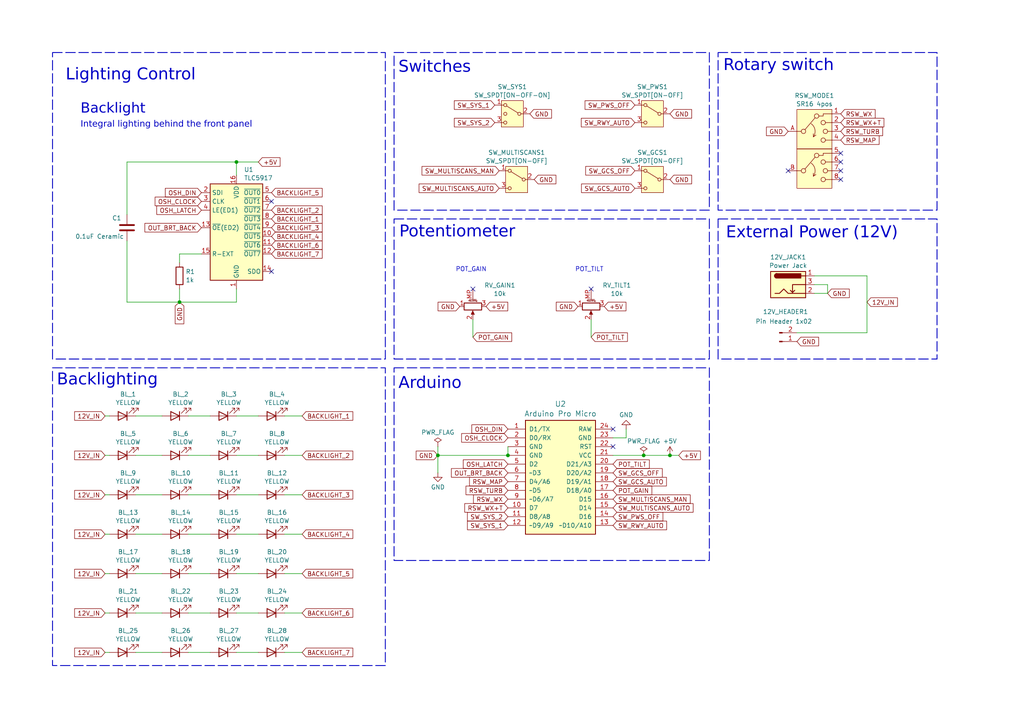
<source format=kicad_sch>
(kicad_sch (version 20231120) (generator "eeschema") (generator_version "8.0")
  (paper "A4")
  (title_block (title "RADAR Panel") (date "2024-12-08") (rev "V1.0") (company "S.K."))
  (lib_symbols
    (symbol "Arduino:Sparkfun_Pro_Micro" (pin_names (offset 1.016))
      (property "Reference" "U" (at -8.89 21.59 0))
      (property "Value" "Sparkfun_Pro_Micro" (at 0 19.05 0))
      (symbol "Sparkfun_Pro_Micro_0_1"
        (rectangle (start -10.16 17.78) (end 10.16 -15.24) (stroke (width 0.254)) (fill (type background)))
      )
      (symbol "Sparkfun_Pro_Micro_1_1"
        (pin bidirectional line (at -15.24 15.24 0) (length 5.08) (name "D1/TX") (number "1"))
        (pin bidirectional line (at -15.24 -7.62 0) (length 5.08) (name "D7") (number "10"))
        (pin bidirectional line (at -15.24 -10.16 0) (length 5.08) (name "D8/A8") (number "11"))
        (pin bidirectional line (at -15.24 -12.7 0) (length 5.08) (name "~D9/A9") (number "12"))
        (pin bidirectional line (at 15.24 -12.7 180) (length 5.08) (name "~D10/A10") (number "13"))
        (pin bidirectional line (at 15.24 -10.16 180) (length 5.08) (name "D16") (number "14"))
        (pin bidirectional line (at 15.24 -7.62 180) (length 5.08) (name "D14") (number "15"))
        (pin bidirectional line (at 15.24 -5.08 180) (length 5.08) (name "D15") (number "16"))
        (pin bidirectional line (at 15.24 -2.54 180) (length 5.08) (name "D18/A0") (number "17"))
        (pin bidirectional line (at 15.24 0 180) (length 5.08) (name "D19/A1") (number "18"))
        (pin bidirectional line (at 15.24 2.54 180) (length 5.08) (name "D20/A2") (number "19"))
        (pin bidirectional line (at -15.24 12.7 0) (length 5.08) (name "D0/RX") (number "2"))
        (pin bidirectional line (at 15.24 5.08 180) (length 5.08) (name "D21/A3") (number "20"))
        (pin power_in line (at 15.24 7.62 180) (length 5.08) (name "VCC") (number "21"))
        (pin input line (at 15.24 10.16 180) (length 5.08) (name "RST") (number "22"))
        (pin power_in line (at 15.24 12.7 180) (length 5.08) (name "GND") (number "23"))
        (pin power_in line (at 15.24 15.24 180) (length 5.08) (name "RAW") (number "24"))
        (pin power_in line (at -15.24 10.16 0) (length 5.08) (name "GND") (number "3"))
        (pin power_in line (at -15.24 7.62 0) (length 5.08) (name "GND") (number "4"))
        (pin bidirectional line (at -15.24 5.08 0) (length 5.08) (name "D2") (number "5"))
        (pin bidirectional line (at -15.24 2.54 0) (length 5.08) (name "~D3") (number "6"))
        (pin bidirectional line (at -15.24 0 0) (length 5.08) (name "D4/A6") (number "7"))
        (pin bidirectional line (at -15.24 -2.54 0) (length 5.08) (name "~D5") (number "8"))
        (pin bidirectional line (at -15.24 -5.08 0) (length 5.08) (name "~D6/A7") (number "9"))
      )
    )
    (symbol "Connector:Barrel_Jack_Switch" (pin_names hide)
      (property "Reference" "J" (at 0 5.334 0))
      (property "Value" "Barrel_Jack_Switch" (at 0 -5.08 0))
      (symbol "Barrel_Jack_Switch_0_1"
        (rectangle (start -5.08 3.81) (end 5.08 -3.81) (stroke (width 0.254)) (fill (type background)))
        (arc (start -3.302 3.175) (mid -3.9343 2.54) (end -3.302 1.905) (stroke (width 0.254)))
        (arc (start -3.302 3.175) (mid -3.9343 2.54) (end -3.302 1.905) (stroke (width 0.254)) (fill (type outline)))
        (polyline (pts (xy 1.27 -2.286) (xy 1.905 -1.651)) (stroke (width 0.254)))
        (polyline (pts (xy 5.08 2.54) (xy 3.81 2.54)) (stroke (width 0.254)))
        (polyline (pts (xy 5.08 0) (xy 1.27 0) (xy 1.27 -2.286) (xy 0.635 -1.651)) (stroke (width 0.254)))
        (polyline (pts (xy -3.81 -2.54) (xy -2.54 -2.54) (xy -1.27 -1.27) (xy 0 -2.54) (xy 2.54 -2.54) (xy 5.08 -2.54)) (stroke (width 0.254)))
        (rectangle (start 3.683 3.175) (end -3.302 1.905) (stroke (width 0.254)) (fill (type outline)))
      )
      (symbol "Barrel_Jack_Switch_1_1"
        (pin passive line (at 7.62 2.54 180) (length 2.54) (name "~") (number "1"))
        (pin passive line (at 7.62 -2.54 180) (length 2.54) (name "~") (number "2"))
        (pin passive line (at 7.62 0 180) (length 2.54) (name "~") (number "3"))
      )
    )
    (symbol "Connector:Conn_01x02_Pin" (pin_names (offset 1.016) hide)
      (property "Reference" "J" (at 0 2.54 0))
      (property "Value" "Conn_01x02_Pin" (at 0 -5.08 0))
      (symbol "Conn_01x02_Pin_1_1"
        (polyline (pts (xy 1.27 -2.54) (xy 0.8636 -2.54)) (stroke (width 0.1524)))
        (polyline (pts (xy 1.27 0) (xy 0.8636 0)) (stroke (width 0.1524)))
        (rectangle (start 0.8636 -2.413) (end 0 -2.667) (stroke (width 0.1524)) (fill (type outline)))
        (rectangle (start 0.8636 0.127) (end 0 -0.127) (stroke (width 0.1524)) (fill (type outline)))
        (pin passive line (at 5.08 0 180) (length 3.81) (name "Pin_1") (number "1"))
        (pin passive line (at 5.08 -2.54 180) (length 3.81) (name "Pin_2") (number "2"))
      )
    )
    (symbol "Device:C" (pin_numbers hide) (pin_names (offset 0.254))
      (property "Reference" "C" (at 0.635 2.54 0))
      (property "Value" "C" (at 0.635 -2.54 0))
      (symbol "C_0_1"
        (polyline (pts (xy -2.032 -0.762) (xy 2.032 -0.762)) (stroke (width 0.508)))
        (polyline (pts (xy -2.032 0.762) (xy 2.032 0.762)) (stroke (width 0.508)))
      )
      (symbol "C_1_1"
        (pin passive line (at 0 3.81 270) (length 2.794) (name "~") (number "1"))
        (pin passive line (at 0 -3.81 90) (length 2.794) (name "~") (number "2"))
      )
    )
    (symbol "Device:LED" (pin_numbers hide) (pin_names (offset 1.016) hide)
      (property "Reference" "D" (at 0 2.54 0))
      (property "Value" "LED" (at 0 -2.54 0))
      (symbol "LED_0_1"
        (polyline (pts (xy -1.27 -1.27) (xy -1.27 1.27)) (stroke (width 0.254)))
        (polyline (pts (xy -1.27 0) (xy 1.27 0)))
        (polyline (pts (xy 1.27 -1.27) (xy 1.27 1.27) (xy -1.27 0) (xy 1.27 -1.27)) (stroke (width 0.254)))
        (polyline (pts (xy -3.048 -0.762) (xy -4.572 -2.286) (xy -3.81 -2.286) (xy -4.572 -2.286) (xy -4.572 -1.524)))
        (polyline (pts (xy -1.778 -0.762) (xy -3.302 -2.286) (xy -2.54 -2.286) (xy -3.302 -2.286) (xy -3.302 -1.524)))
      )
      (symbol "LED_1_1"
        (pin passive line (at -3.81 0 0) (length 2.54) (name "K") (number "1"))
        (pin passive line (at 3.81 0 180) (length 2.54) (name "A") (number "2"))
      )
    )
    (symbol "Device:R" (pin_numbers hide) (pin_names (offset 0))
      (property "Reference" "R" (at 2.032 0 90))
      (property "Value" "R" (at 0 0 90))
      (symbol "R_0_1"
        (rectangle (start -1.016 -2.54) (end 1.016 2.54) (stroke (width 0.254)))
      )
      (symbol "R_1_1"
        (pin passive line (at 0 3.81 270) (length 1.27) (name "~") (number "1"))
        (pin passive line (at 0 -3.81 90) (length 1.27) (name "~") (number "2"))
      )
    )
    (symbol "Device:R_Potentiometer_MountingPin" (pin_names (offset 1.016) hide)
      (property "Reference" "RV" (at -8.255 0 90))
      (property "Value" "R_Potentiometer_MountingPin" (at -6.35 0 90))
      (symbol "R_Potentiometer_MountingPin_0_1"
        (polyline (pts (xy 2.54 0) (xy 1.524 0)))
        (polyline (pts (xy 1.143 0) (xy 2.286 0.508) (xy 2.286 -0.508)) (fill (type outline)))
        (rectangle (start 1.016 2.54) (end -1.016 -2.54) (stroke (width 0.254)))
      )
      (symbol "R_Potentiometer_MountingPin_1_1"
        (polyline (pts (xy -2.032 1.016) (xy -2.032 -1.016)) (stroke (width 0.1524)))
        (text "Mounting" (at -1.651 0 900) (effects (font (size 0.381 0.381))))
        (pin passive line (at 0 3.81 270) (length 1.27) (name "1") (number "1"))
        (pin passive line (at 3.81 0 180) (length 1.27) (name "2") (number "2"))
        (pin passive line (at 0 -3.81 90) (length 1.27) (name "3") (number "3"))
        (pin passive line (at -5.08 0 0) (length 3.048) (name "MountPin") (number "MP"))
      )
    )
    (symbol "Driver_LED:TLC5917"
      (property "Reference" "U" (at -7.62 13.97 0))
      (property "Value" "TLC5917" (at -7.62 -16.51 0))
      (symbol "TLC5917_1_0"
        (pin power_in line (at 0 -17.78 90) (length 2.54) (name "GND") (number "1"))
        (pin open_collector line (at 10.16 -2.54 180) (length 2.54) (name "~{OUT5}") (number "10"))
        (pin open_collector line (at 10.16 -5.08 180) (length 2.54) (name "~{OUT6}") (number "11"))
        (pin open_collector line (at 10.16 -7.62 180) (length 2.54) (name "~{OUT7}") (number "12"))
        (pin passive line (at -10.16 0 0) (length 2.54) (name "~{OE}(ED2)") (number "13"))
        (pin output line (at 10.16 -12.7 180) (length 2.54) (name "SDO") (number "14"))
        (pin input line (at -10.16 -7.62 0) (length 2.54) (name "R-EXT") (number "15"))
        (pin power_in line (at 0 15.24 270) (length 2.54) (name "VDD") (number "16"))
        (pin input line (at -10.16 10.16 0) (length 2.54) (name "SDI") (number "2"))
        (pin input line (at -10.16 7.62 0) (length 2.54) (name "CLK") (number "3"))
        (pin passive line (at -10.16 5.08 0) (length 2.54) (name "LE(ED1)") (number "4"))
        (pin open_collector line (at 10.16 10.16 180) (length 2.54) (name "~{OUT0}") (number "5"))
        (pin open_collector line (at 10.16 7.62 180) (length 2.54) (name "~{OUT1}") (number "6"))
        (pin open_collector line (at 10.16 5.08 180) (length 2.54) (name "~{OUT2}") (number "7"))
        (pin open_collector line (at 10.16 2.54 180) (length 2.54) (name "~{OUT3}") (number "8"))
        (pin open_collector line (at 10.16 0 180) (length 2.54) (name "~{OUT4}") (number "9"))
      )
      (symbol "TLC5917_1_1"
        (rectangle (start -7.62 12.7) (end 7.62 -15.24) (stroke (width 0.254)) (fill (type background)))
      )
    )
    (symbol "MyLibrary:SR16 (2x3,2x4)"
      (property "Reference" "RSW" (at -0.254 13.462 0))
      (symbol "SR16 (2x3,2x4)_0_1"
        (circle (center -3.175 -6.35) (radius 0.635))
        (circle (center -3.175 5.08) (radius 0.635))
        (arc (start -0.3176 -7.9375) (mid 0.154 -5.901) (end -0.9526 -4.1275))
        (arc (start -0.3176 3.4925) (mid 0.154 5.529) (end -0.9526 7.3025))
        (polyline (pts (xy -5.08 -6.35) (xy -3.81 -6.35)))
        (polyline (pts (xy -5.08 5.08) (xy -3.81 5.08)))
        (polyline (pts (xy -2.7432 -5.842) (xy 0.2032 -2.3876)))
        (polyline (pts (xy -2.7432 5.588) (xy 0.2032 9.0424)))
        (polyline (pts (xy -0.3176 -7.9375) (xy -0.3176 -7.9375)))
        (polyline (pts (xy -0.3176 -7.9375) (xy -0.3176 -7.0485)))
        (polyline (pts (xy -0.3176 -7.9375) (xy 0.4444 -7.4295)))
        (polyline (pts (xy -0.3176 3.4925) (xy -0.3176 3.4925)))
        (polyline (pts (xy -0.3176 3.4925) (xy -0.3176 4.3815)))
        (polyline (pts (xy -0.3176 3.4925) (xy 0.4444 4.0005)))
        (polyline (pts (xy 0.3174 -7.9375) (xy 0.3174 -7.9375)))
        (polyline (pts (xy 0.3174 3.4925) (xy 0.3174 3.4925)))
        (polyline (pts (xy 5.08 -8.89) (xy 3.175 -8.89)))
        (polyline (pts (xy 5.08 -6.35) (xy 3.81 -6.35)))
        (polyline (pts (xy 5.08 -3.81) (xy 3.175 -3.81)))
        (polyline (pts (xy 5.08 2.54) (xy 3.175 2.54)))
        (polyline (pts (xy 5.08 5.08) (xy 3.81 5.08)))
        (polyline (pts (xy 5.08 7.62) (xy 3.175 7.62)))
        (polyline (pts (xy 5.08 -1.27) (xy 2.54 -1.27) (xy 2.54 -1.905) (xy 1.27 -1.905)))
        (polyline (pts (xy 5.08 10.16) (xy 2.54 10.16) (xy 2.54 9.525) (xy 1.27 9.525)))
        (circle (center 0.635 -1.905) (radius 0.635))
        (circle (center 0.635 9.525) (radius 0.635))
        (circle (center 2.54 -8.89) (radius 0.635))
        (circle (center 2.54 -3.81) (radius 0.635))
        (circle (center 2.54 2.54) (radius 0.635))
        (circle (center 2.54 7.62) (radius 0.635))
        (circle (center 3.175 -6.35) (radius 0.635))
        (circle (center 3.175 5.08) (radius 0.635))
      )
      (symbol "SR16 (2x3,2x4)_1_1"
        (polyline (pts (xy -5.08 0) (xy 5.08 0) (xy 5.08 -11.43) (xy -5.08 -11.43) (xy -5.08 0) (xy -5.08 0)) (fill (type background)))
        (polyline (pts (xy -5.08 11.43) (xy 5.08 11.43) (xy 5.08 0) (xy -5.08 0) (xy -5.08 11.43) (xy -5.08 11.43)) (fill (type background)))
        (pin passive line (at 7.62 10.16 180) (length 2.54) (name "") (number "1"))
        (pin passive line (at 7.62 7.62 180) (length 2.54) (name "") (number "2"))
        (pin passive line (at 7.62 5.08 180) (length 2.54) (name "") (number "3"))
        (pin passive line (at 7.62 2.54 180) (length 2.54) (name "") (number "4"))
        (pin passive line (at 7.62 -1.27 180) (length 2.54) (name "") (number "5"))
        (pin passive line (at 7.62 -3.81 180) (length 2.54) (name "") (number "6"))
        (pin passive line (at 7.62 -6.35 180) (length 2.54) (name "") (number "7"))
        (pin passive line (at 7.62 -8.89 180) (length 2.54) (name "") (number "8"))
        (pin passive line (at -7.62 5.08 0) (length 2.54) (name "") (number "A"))
        (pin passive line (at -7.62 -6.35 0) (length 2.54) (name "") (number "B"))
      )
    )
    (symbol "Switch:SW_SPDT" (pin_names (offset 0) hide)
      (property "Reference" "SW" (at 0 5.08 0))
      (property "Value" "SW_SPDT" (at 0 -5.08 0))
      (symbol "SW_SPDT_0_1"
        (circle (center -2.032 0) (radius 0.4572))
        (polyline (pts (xy -1.651 0.254) (xy 1.651 2.286)))
        (circle (center 2.032 -2.54) (radius 0.4572))
        (circle (center 2.032 2.54) (radius 0.4572))
      )
      (symbol "SW_SPDT_1_1"
        (rectangle (start -3.175 3.81) (end 3.175 -3.81) (fill (type background)))
        (pin passive line (at 5.08 2.54 180) (length 2.54) (name "A") (number "1"))
        (pin passive line (at -5.08 0 0) (length 2.54) (name "B") (number "2"))
        (pin passive line (at 5.08 -2.54 180) (length 2.54) (name "C") (number "3"))
      )
    )
    (symbol "Switch:SW_SPDT_MSM" (pin_names (offset 0) hide)
      (property "Reference" "SW" (at 0 5.08 0))
      (property "Value" "SW_SPDT_MSM" (at 0 -5.08 0))
      (symbol "SW_SPDT_MSM_0_1"
        (circle (center -2.032 0) (radius 0.4572))
        (polyline (pts (xy -1.651 0.254) (xy 1.651 2.286)))
        (circle (center 2.032 -2.54) (radius 0.4572))
        (circle (center 2.032 0) (radius 0.4572))
        (circle (center 2.032 2.54) (radius 0.4572))
      )
      (symbol "SW_SPDT_MSM_1_1"
        (rectangle (start -3.175 3.81) (end 3.175 -3.81) (fill (type background)))
        (pin passive line (at 5.08 2.54 180) (length 2.54) (name "1") (number "1"))
        (pin passive line (at -5.08 0 0) (length 2.54) (name "3") (number "2"))
        (pin passive line (at 5.08 -2.54 180) (length 2.54) (name "4") (number "3"))
      )
    )
    (symbol "power:+5V" (power) (pin_numbers hide) (pin_names (offset 0) hide)
      (property "Value" "+5V" (at 0 3.556 0))
      (symbol "+5V_0_1"
        (polyline (pts (xy -0.762 1.27) (xy 0 2.54)))
        (polyline (pts (xy 0 0) (xy 0 2.54)))
        (polyline (pts (xy 0 2.54) (xy 0.762 1.27)))
      )
      (symbol "+5V_1_1"
        (pin power_in line (at 0 0 90) (length 0) (name "~") (number "1"))
      )
    )
    (symbol "power:GND" (power) (pin_numbers hide) (pin_names (offset 0) hide)
      (property "Value" "GND" (at 0 -3.81 0))
      (symbol "GND_0_1"
        (polyline (pts (xy 0 0) (xy 0 -1.27) (xy 1.27 -1.27) (xy 0 -2.54) (xy -1.27 -1.27) (xy 0 -1.27)))
      )
      (symbol "GND_1_1"
        (pin power_in line (at 0 0 270) (length 0) (name "~") (number "1"))
      )
    )
    (symbol "power:PWR_FLAG" (power) (pin_numbers hide) (pin_names (offset 0) hide)
      (property "Value" "PWR_FLAG" (at 0 3.81 0))
      (symbol "PWR_FLAG_0_0"
        (pin power_out line (at 0 0 90) (length 0) (name "~") (number "1"))
      )
      (symbol "PWR_FLAG_0_1"
        (polyline (pts (xy 0 0) (xy 0 1.27) (xy -1.016 1.905) (xy 0 2.54) (xy 1.016 1.905) (xy 0 1.27)))
      )
    )
  )
  (junction (at 68.58 46.99))
  (junction (at 186.69 132.08))
  (junction (at 147.32 132.08))
  (junction (at 194.31 132.08))
  (junction (at 52.07 87.63))
  (junction (at 127 132.08))
  (no_connect (at 171.45 83.82))
  (no_connect (at 78.74 58.42))
  (no_connect (at 78.74 78.74))
  (no_connect (at 137.16 83.82))
  (no_connect (at 228.6 49.53))
  (no_connect (at 177.8 129.54))
  (no_connect (at 243.84 49.53))
  (no_connect (at 243.84 52.07))
  (no_connect (at 243.84 46.99))
  (no_connect (at 243.84 44.45))
  (no_connect (at 177.8 124.46))
  (wire (pts (xy 52.07 73.66) (xy 52.07 76.2)))
  (wire (pts (xy 54.61 143.51) (xy 60.96 143.51)))
  (wire (pts (xy 68.58 177.8) (xy 74.93 177.8)))
  (wire (pts (xy 137.16 97.79) (xy 137.16 92.71)))
  (wire (pts (xy 82.55 166.37) (xy 87.63 166.37)))
  (wire (pts (xy 127 129.54) (xy 127 132.08)))
  (wire (pts (xy 31.75 189.23) (xy 30.48 189.23)))
  (wire (pts (xy 54.61 177.8) (xy 60.96 177.8)))
  (wire (pts (xy 82.55 154.94) (xy 87.63 154.94)))
  (wire (pts (xy 58.42 73.66) (xy 52.07 73.66)))
  (wire (pts (xy 39.37 120.65) (xy 46.99 120.65)))
  (wire (pts (xy 39.37 189.23) (xy 46.99 189.23)))
  (wire (pts (xy 186.69 132.08) (xy 194.31 132.08)))
  (wire (pts (xy 127 132.08) (xy 147.32 132.08)))
  (wire (pts (xy 31.75 154.94) (xy 30.48 154.94)))
  (wire (pts (xy 240.03 82.55) (xy 240.03 85.09)))
  (wire (pts (xy 31.75 166.37) (xy 30.48 166.37)))
  (wire (pts (xy 30.48 120.65) (xy 31.75 120.65)))
  (wire (pts (xy 194.31 132.08) (xy 196.85 132.08)))
  (wire (pts (xy 68.58 143.51) (xy 74.93 143.51)))
  (wire (pts (xy 236.22 82.55) (xy 240.03 82.55)))
  (wire (pts (xy 36.83 87.63) (xy 52.07 87.63)))
  (wire (pts (xy 181.61 127) (xy 181.61 124.46)))
  (wire (pts (xy 68.58 46.99) (xy 68.58 50.8)))
  (wire (pts (xy 82.55 132.08) (xy 87.63 132.08)))
  (wire (pts (xy 31.75 143.51) (xy 30.48 143.51)))
  (wire (pts (xy 54.61 154.94) (xy 60.96 154.94)))
  (wire (pts (xy 251.46 80.01) (xy 251.46 96.52)))
  (wire (pts (xy 54.61 189.23) (xy 60.96 189.23)))
  (wire (pts (xy 36.83 46.99) (xy 68.58 46.99)))
  (wire (pts (xy 39.37 132.08) (xy 46.99 132.08)))
  (wire (pts (xy 39.37 166.37) (xy 46.99 166.37)))
  (wire (pts (xy 177.8 132.08) (xy 186.69 132.08)))
  (wire (pts (xy 36.83 46.99) (xy 36.83 62.23)))
  (wire (pts (xy 31.75 132.08) (xy 30.48 132.08)))
  (wire (pts (xy 52.07 87.63) (xy 68.58 87.63)))
  (wire (pts (xy 236.22 85.09) (xy 240.03 85.09)))
  (wire (pts (xy 68.58 189.23) (xy 74.93 189.23)))
  (wire (pts (xy 54.61 166.37) (xy 60.96 166.37)))
  (wire (pts (xy 39.37 154.94) (xy 46.99 154.94)))
  (wire (pts (xy 68.58 46.99) (xy 74.93 46.99)))
  (wire (pts (xy 82.55 143.51) (xy 87.63 143.51)))
  (wire (pts (xy 147.32 129.54) (xy 147.32 132.08)))
  (wire (pts (xy 236.22 80.01) (xy 251.46 80.01)))
  (wire (pts (xy 31.75 177.8) (xy 30.48 177.8)))
  (wire (pts (xy 68.58 166.37) (xy 74.93 166.37)))
  (wire (pts (xy 54.61 132.08) (xy 60.96 132.08)))
  (wire (pts (xy 82.55 189.23) (xy 87.63 189.23)))
  (wire (pts (xy 68.58 120.65) (xy 74.93 120.65)))
  (wire (pts (xy 82.55 120.65) (xy 87.63 120.65)))
  (wire (pts (xy 68.58 132.08) (xy 74.93 132.08)))
  (wire (pts (xy 127 137.16) (xy 127 132.08)))
  (wire (pts (xy 68.58 154.94) (xy 74.93 154.94)))
  (wire (pts (xy 231.14 96.52) (xy 251.46 96.52)))
  (wire (pts (xy 171.45 97.79) (xy 171.45 92.71)))
  (wire (pts (xy 54.61 120.65) (xy 60.96 120.65)))
  (wire (pts (xy 36.83 69.85) (xy 36.83 87.63)))
  (wire (pts (xy 177.8 127) (xy 181.61 127)))
  (wire (pts (xy 39.37 177.8) (xy 46.99 177.8)))
  (wire (pts (xy 52.07 83.82) (xy 52.07 87.63)))
  (wire (pts (xy 68.58 87.63) (xy 68.58 83.82)))
  (wire (pts (xy 39.37 143.51) (xy 46.99 143.51)))
  (wire (pts (xy 82.55 177.8) (xy 87.63 177.8)))
  (rectangle (start 208.28 15.24) (end 271.78 60.96) (stroke (width 0.254) (type dash)))
  (rectangle (start 15.24 15.24) (end 111.76 104.14) (stroke (width 0.254) (type dash)))
  (rectangle (start 114.3 106.68) (end 205.74 162.56) (stroke (width 0.254) (type dash)))
  (rectangle (start 114.3 63.5) (end 205.74 104.14) (stroke (width 0.254) (type dash)))
  (rectangle (start 15.2399 106.68) (end 111.76 193.04) (stroke (width 0.254) (type dash)))
  (rectangle (start 114.3 15.24) (end 205.74 60.96) (stroke (width 0.254) (type dash)))
  (rectangle (start 208.28 63.5) (end 271.78 104.14) (stroke (width 0.254) (type dash)))
  (text "POT_TILT" (at 170.942 78.232 0) (effects (font (size 1.27 1.27))))
  (text "Integral lighting behind the front panel" (at 23.368 35.6108 0) (effects (font (size 1.8288 1.8288)) (justify left top)))
  (text "Potentiometer" (at 115.824 66.294 0) (effects (font (size 3.3782 3.3782)) (justify left top)))
  (text "Switches" (at 115.57 18.542 0) (effects (font (size 3.3782 3.3782)) (justify left top)))
  (text "Arduino" (at 115.57 110.236 0) (effects (font (size 3.3782 3.3782)) (justify left top)))
  (text "Rotary switch" (at 209.804 18.034 0) (effects (font (size 3.3782 3.3782)) (justify left top)))
  (text "Backlighting" (at 16.51 109.22 0) (effects (font (size 3.3782 3.3782)) (justify left top)))
  (text "POT_GAIN" (at 136.652 78.232 0) (effects (font (size 1.27 1.27))))
  (text "Backlight" (at 23.368 30.734 0) (effects (font (size 2.8956 2.8956)) (justify left top)))
  (text "Lighting Control" (at 19.05 20.7518 0) (effects (font (size 3.3782 3.3782)) (justify left top)))
  (text "External Power (12V)" (at 210.566 66.548 0) (effects (font (size 3.3782 3.3782)) (justify left top)))
  (global_label "GND" (shape input) (at 240.03 85.09 0) (property "Intersheetrefs" "${INTERSHEET_REFS}" (effects (hide yes))))
  (global_label "GND" (shape input) (at 231.14 99.06 0) (property "Intersheetrefs" "${INTERSHEET_REFS}" (effects (hide yes))))
  (global_label "12V_IN" (shape input) (at 30.48 120.65 180) (property "Intersheetrefs" "${INTERSHEET_REFS}" (effects (hide yes))))
  (global_label "BACKLIGHT_1" (shape input) (at 78.74 63.5 0) (property "Intersheetrefs" "${INTERSHEET_REFS}" (effects (hide yes))))
  (global_label "OSH_DIN" (shape input) (at 58.42 55.88 180) (property "Intersheetrefs" "${INTERSHEET_REFS}" (effects (hide yes))))
  (global_label "SW_PWS_OFF" (shape input) (at 184.15 30.48 180) (property "Intersheetrefs" "${INTERSHEET_REFS}" (effects (hide yes))))
  (global_label "+5V" (shape input) (at 140.97 88.9 0) (property "Intersheetrefs" "${INTERSHEET_REFS}" (effects (hide yes))))
  (global_label "+5V" (shape input) (at 175.26 88.9 0) (property "Intersheetrefs" "${INTERSHEET_REFS}" (effects (hide yes))))
  (global_label "12V_IN" (shape input) (at 30.48 189.23 180) (property "Intersheetrefs" "${INTERSHEET_REFS}" (effects (hide yes))))
  (global_label "BACKLIGHT_3" (shape input) (at 87.63 143.51 0) (property "Intersheetrefs" "${INTERSHEET_REFS}" (effects (hide yes))))
  (global_label "SW_PWS_OFF" (shape input) (at 177.8 149.86 0) (property "Intersheetrefs" "${INTERSHEET_REFS}" (effects (hide yes))))
  (global_label "RSW_MAP" (shape input) (at 147.32 139.7 180) (property "Intersheetrefs" "${INTERSHEET_REFS}" (effects (hide yes))))
  (global_label "SW_GCS_AUTO" (shape input) (at 184.15 54.61 180) (property "Intersheetrefs" "${INTERSHEET_REFS}" (effects (hide yes))))
  (global_label "12V_IN" (shape input) (at 30.48 177.8 180) (property "Intersheetrefs" "${INTERSHEET_REFS}" (effects (hide yes))))
  (global_label "SW_GCS_AUTO" (shape input) (at 177.8 139.7 0) (property "Intersheetrefs" "${INTERSHEET_REFS}" (effects (hide yes))))
  (global_label "SW_GCS_OFF" (shape input) (at 177.8 137.16 0) (property "Intersheetrefs" "${INTERSHEET_REFS}" (effects (hide yes))))
  (global_label "OSH_CLOCK" (shape input) (at 147.32 127 180) (property "Intersheetrefs" "${INTERSHEET_REFS}" (effects (hide yes))))
  (global_label "OSH_DIN" (shape input) (at 147.32 124.46 180) (property "Intersheetrefs" "${INTERSHEET_REFS}" (effects (hide yes))))
  (global_label "RSW_WX" (shape input) (at 243.84 33.02 0) (property "Intersheetrefs" "${INTERSHEET_REFS}" (effects (hide yes))))
  (global_label "GND" (shape input) (at 167.64 88.9 180) (property "Intersheetrefs" "${INTERSHEET_REFS}" (effects (hide yes))))
  (global_label "+5V" (shape input) (at 196.85 132.08 0) (property "Intersheetrefs" "${INTERSHEET_REFS}" (effects (hide yes))))
  (global_label "BACKLIGHT_2" (shape input) (at 78.74 60.96 0) (property "Intersheetrefs" "${INTERSHEET_REFS}" (effects (hide yes))))
  (global_label "BACKLIGHT_2" (shape input) (at 87.63 132.08 0) (property "Intersheetrefs" "${INTERSHEET_REFS}" (effects (hide yes))))
  (global_label "GND" (shape input) (at 52.07 87.63 270) (property "Intersheetrefs" "${INTERSHEET_REFS}" (effects (hide yes))))
  (global_label "SW_GCS_OFF" (shape input) (at 184.15 49.53 180) (property "Intersheetrefs" "${INTERSHEET_REFS}" (effects (hide yes))))
  (global_label "BACKLIGHT_6" (shape input) (at 87.63 177.8 0) (property "Intersheetrefs" "${INTERSHEET_REFS}" (effects (hide yes))))
  (global_label "OSH_LATCH" (shape input) (at 58.42 60.96 180) (property "Intersheetrefs" "${INTERSHEET_REFS}" (effects (hide yes))))
  (global_label "RSW_MAP" (shape input) (at 243.84 40.64 0) (property "Intersheetrefs" "${INTERSHEET_REFS}" (effects (hide yes))))
  (global_label "GND" (shape input) (at 228.6 38.1 180) (property "Intersheetrefs" "${INTERSHEET_REFS}" (effects (hide yes))))
  (global_label "SW_MULTISCANS_AUTO" (shape input) (at 177.8 147.32 0) (property "Intersheetrefs" "${INTERSHEET_REFS}" (effects (hide yes))))
  (global_label "BACKLIGHT_4" (shape input) (at 87.63 154.94 0) (property "Intersheetrefs" "${INTERSHEET_REFS}" (effects (hide yes))))
  (global_label "GND" (shape input) (at 127 132.08 180) (property "Intersheetrefs" "${INTERSHEET_REFS}" (effects (hide yes))))
  (global_label "GND" (shape input) (at 133.35 88.9 180) (property "Intersheetrefs" "${INTERSHEET_REFS}" (effects (hide yes))))
  (global_label "POT_TILT" (shape input) (at 171.45 97.79 0) (property "Intersheetrefs" "${INTERSHEET_REFS}" (effects (hide yes))))
  (global_label "SW_SYS_1" (shape input) (at 147.32 152.4 180) (property "Intersheetrefs" "${INTERSHEET_REFS}" (effects (hide yes))))
  (global_label "RSW_WX+T" (shape input) (at 243.84 35.56 0) (property "Intersheetrefs" "${INTERSHEET_REFS}" (effects (hide yes))))
  (global_label "SW_SYS_2" (shape input) (at 147.32 149.86 180) (property "Intersheetrefs" "${INTERSHEET_REFS}" (effects (hide yes))))
  (global_label "RSW_WX+T" (shape input) (at 147.32 147.32 180) (property "Intersheetrefs" "${INTERSHEET_REFS}" (effects (hide yes))))
  (global_label "12V_IN" (shape input) (at 251.46 87.63 0) (property "Intersheetrefs" "${INTERSHEET_REFS}" (effects (hide yes))))
  (global_label "SW_SYS_2" (shape input) (at 143.51 35.56 180) (property "Intersheetrefs" "${INTERSHEET_REFS}" (effects (hide yes))))
  (global_label "SW_SYS_1" (shape input) (at 143.51 30.48 180) (property "Intersheetrefs" "${INTERSHEET_REFS}" (effects (hide yes))))
  (global_label "SW_MULTISCANS_MAN" (shape input) (at 144.78 49.53 180) (property "Intersheetrefs" "${INTERSHEET_REFS}" (effects (hide yes))))
  (global_label "OSH_LATCH" (shape input) (at 147.32 134.62 180) (property "Intersheetrefs" "${INTERSHEET_REFS}" (effects (hide yes))))
  (global_label "RSW_TURB" (shape input) (at 147.32 142.24 180) (property "Intersheetrefs" "${INTERSHEET_REFS}" (effects (hide yes))))
  (global_label "SW_MULTISCANS_MAN" (shape input) (at 177.8 144.78 0) (property "Intersheetrefs" "${INTERSHEET_REFS}" (effects (hide yes))))
  (global_label "RSW_WX" (shape input) (at 147.32 144.78 180) (property "Intersheetrefs" "${INTERSHEET_REFS}" (effects (hide yes))))
  (global_label "POT_TILT" (shape input) (at 177.8 134.62 0) (property "Intersheetrefs" "${INTERSHEET_REFS}" (effects (hide yes))))
  (global_label "GND" (shape input) (at 154.94 52.07 0) (property "Intersheetrefs" "${INTERSHEET_REFS}" (effects (hide yes))))
  (global_label "12V_IN" (shape input) (at 30.48 143.51 180) (property "Intersheetrefs" "${INTERSHEET_REFS}" (effects (hide yes))))
  (global_label "12V_IN" (shape input) (at 30.48 166.37 180) (property "Intersheetrefs" "${INTERSHEET_REFS}" (effects (hide yes))))
  (global_label "BACKLIGHT_7" (shape input) (at 87.63 189.23 0) (property "Intersheetrefs" "${INTERSHEET_REFS}" (effects (hide yes))))
  (global_label "OSH_CLOCK" (shape input) (at 58.42 58.42 180) (property "Intersheetrefs" "${INTERSHEET_REFS}" (effects (hide yes))))
  (global_label "BACKLIGHT_3" (shape input) (at 78.74 66.04 0) (property "Intersheetrefs" "${INTERSHEET_REFS}" (effects (hide yes))))
  (global_label "SW_RWY_AUTO" (shape input) (at 177.8 152.4 0) (property "Intersheetrefs" "${INTERSHEET_REFS}" (effects (hide yes))))
  (global_label "BACKLIGHT_1" (shape input) (at 87.63 120.65 0) (property "Intersheetrefs" "${INTERSHEET_REFS}" (effects (hide yes))))
  (global_label "BACKLIGHT_5" (shape input) (at 87.63 166.37 0) (property "Intersheetrefs" "${INTERSHEET_REFS}" (effects (hide yes))))
  (global_label "RSW_TURB" (shape input) (at 243.84 38.1 0) (property "Intersheetrefs" "${INTERSHEET_REFS}" (effects (hide yes))))
  (global_label "GND" (shape input) (at 194.31 52.07 0) (property "Intersheetrefs" "${INTERSHEET_REFS}" (effects (hide yes))))
  (global_label "+5V" (shape input) (at 74.93 46.99 0) (property "Intersheetrefs" "${INTERSHEET_REFS}" (effects (hide yes))))
  (global_label "POT_GAIN" (shape input) (at 137.16 97.79 0) (property "Intersheetrefs" "${INTERSHEET_REFS}" (effects (hide yes))))
  (global_label "GND" (shape input) (at 153.67 33.02 0) (property "Intersheetrefs" "${INTERSHEET_REFS}" (effects (hide yes))))
  (global_label "BACKLIGHT_5" (shape input) (at 78.74 55.88 0) (property "Intersheetrefs" "${INTERSHEET_REFS}" (effects (hide yes))))
  (global_label "OUT_BRT_BACK" (shape input) (at 147.32 137.16 180) (property "Intersheetrefs" "${INTERSHEET_REFS}" (effects (hide yes))))
  (global_label "OUT_BRT_BACK" (shape input) (at 58.42 66.04 180) (property "Intersheetrefs" "${INTERSHEET_REFS}" (effects (hide yes))))
  (global_label "12V_IN" (shape input) (at 30.48 132.08 180) (property "Intersheetrefs" "${INTERSHEET_REFS}" (effects (hide yes))))
  (global_label "SW_RWY_AUTO" (shape input) (at 184.15 35.56 180) (property "Intersheetrefs" "${INTERSHEET_REFS}" (effects (hide yes))))
  (global_label "SW_MULTISCANS_AUTO" (shape input) (at 144.78 54.61 180) (property "Intersheetrefs" "${INTERSHEET_REFS}" (effects (hide yes))))
  (global_label "POT_GAIN" (shape input) (at 177.8 142.24 0) (property "Intersheetrefs" "${INTERSHEET_REFS}" (effects (hide yes))))
  (global_label "BACKLIGHT_4" (shape input) (at 78.74 68.58 0) (property "Intersheetrefs" "${INTERSHEET_REFS}" (effects (hide yes))))
  (global_label "12V_IN" (shape input) (at 30.48 154.94 180) (property "Intersheetrefs" "${INTERSHEET_REFS}" (effects (hide yes))))
  (global_label "GND" (shape input) (at 194.31 33.02 0) (property "Intersheetrefs" "${INTERSHEET_REFS}" (effects (hide yes))))
  (global_label "BACKLIGHT_7" (shape input) (at 78.74 73.66 0) (property "Intersheetrefs" "${INTERSHEET_REFS}" (effects (hide yes))))
  (global_label "BACKLIGHT_6" (shape input) (at 78.74 71.12 0) (property "Intersheetrefs" "${INTERSHEET_REFS}" (effects (hide yes))))
  (symbol (lib_id "Device:LED") (at 64.77 154.94 180) (unit 1)
    (property "Reference" "BL_15" (at 66.3575 148.6365 0))
    (property "Value" "YELLOW" (at 66.3575 151.0608 0))
    (property "Footprint" "LED_THT:LED_D3.0mm" (effects (hide yes)))
    (property "Description" "Light emitting diode" (effects (hide yes)))
  )
  (symbol (lib_id "Device:LED") (at 64.77 120.65 180) (unit 1)
    (property "Reference" "BL_3" (at 66.3575 114.3465 0))
    (property "Value" "YELLOW" (at 66.3575 116.7708 0))
    (property "Footprint" "LED_THT:LED_D3.0mm" (effects (hide yes)))
    (property "Description" "Light emitting diode" (effects (hide yes)))
  )
  (symbol (lib_id "MyLibrary:SR16 (2x3,2x4)") (at 236.22 43.18 0) (unit 1)
    (property "Reference" "RSW_MODE1" (at 236.22 27.7325 0))
    (property "Value" "SR16 4pos" (at 236.22 30.1568 0))
    (property "Footprint" "My:SR16-AB" (effects (hide yes)))
  )
  (symbol (lib_id "Driver_LED:TLC5917") (at 68.58 66.04 0) (unit 1)
    (property "Reference" "U1" (at 70.7741 49.1955 0) (effects (justify left)))
    (property "Value" "TLC5917" (at 70.7741 51.6198 0) (effects (justify left)))
    (property "Footprint" "Package_DIP:DIP-16_W7.62mm" (effects (hide yes)))
    (property "Datasheet" "https://www.ti.com/lit/ds/symlink/tlc5917.pdf" (effects (hide yes)))
    (property "Description" "8-Channel Constant-Current LED Sink Driver, Short to VLED detection" (effects (hide yes)))
  )
  (symbol (lib_id "Switch:SW_SPDT") (at 189.23 33.02 0) (mirror y) (unit 1)
    (property "Reference" "SW_PWS1" (at 189.23 25.1925 0))
    (property "Value" "SW_SPDT[ON-OFF]" (at 189.23 27.6168 0))
    (property "Footprint" "SimPanel:T80-Z1" (effects (hide yes)))
    (property "Description" "Switch, single pole double throw" (effects (hide yes)))
  )
  (symbol (lib_id "Switch:SW_SPDT") (at 149.86 52.07 0) (mirror y) (unit 1)
    (property "Reference" "SW_MULTISCANS1" (at 149.86 44.2425 0))
    (property "Value" "SW_SPDT[ON-OFF]" (at 149.86 46.6668 0))
    (property "Footprint" "SimPanel:T80-Z1" (effects (hide yes)))
    (property "Description" "Switch, single pole double throw" (effects (hide yes)))
  )
  (symbol (lib_id "power:GND") (at 181.61 124.46 0) (mirror x) (unit 1)
    (property "Reference" "#PWR02" (effects (hide yes)))
    (property "Value" "GND" (at 181.61 120.3269 0))
    (property "Description" "Power symbol creates a global label with name \"GND\" , ground" (effects (hide yes)))
  )
  (symbol (lib_id "Device:LED") (at 78.74 132.08 180) (unit 1)
    (property "Reference" "BL_8" (at 80.3275 125.7765 0))
    (property "Value" "YELLOW" (at 80.3275 128.2008 0))
    (property "Footprint" "LED_THT:LED_D3.0mm" (effects (hide yes)))
    (property "Description" "Light emitting diode" (effects (hide yes)))
  )
  (symbol (lib_id "Device:LED") (at 64.77 143.51 180) (unit 1)
    (property "Reference" "BL_11" (at 66.3575 137.2065 0))
    (property "Value" "YELLOW" (at 66.3575 139.6308 0))
    (property "Footprint" "LED_THT:LED_D3.0mm" (effects (hide yes)))
    (property "Description" "Light emitting diode" (effects (hide yes)))
  )
  (symbol (lib_id "Device:LED") (at 78.74 143.51 180) (unit 1)
    (property "Reference" "BL_12" (at 80.3275 137.2065 0))
    (property "Value" "YELLOW" (at 80.3275 139.6308 0))
    (property "Footprint" "LED_THT:LED_D3.0mm" (effects (hide yes)))
    (property "Description" "Light emitting diode" (effects (hide yes)))
  )
  (symbol (lib_id "power:GND") (at 127 137.16 0) (mirror y) (unit 1)
    (property "Reference" "#PWR01" (effects (hide yes)))
    (property "Value" "GND" (at 127 141.2931 0))
    (property "Description" "Power symbol creates a global label with name \"GND\" , ground" (effects (hide yes)))
  )
  (symbol (lib_id "power:PWR_FLAG") (at 186.69 132.08 0) (unit 1)
    (property "Reference" "#FLG04" (effects (hide yes)))
    (property "Value" "PWR_FLAG" (at 186.69 127.9469 0))
    (property "Description" "Special symbol for telling ERC where power comes from" (effects (hide yes)))
  )
  (symbol (lib_id "Device:R_Potentiometer_MountingPin") (at 137.16 88.9 90) (mirror x) (unit 1)
    (property "Reference" "RV_GAIN1" (at 144.988 82.755 90))
    (property "Value" "10k" (at 144.988 85.1793 90))
    (property "Footprint" "Potentiometer_THT:Potentiometer_Alps_RK09K_Single_Vertical" (effects (hide yes)))
    (property "Description" "Potentiometer with a mounting pin" (effects (hide yes)))
  )
  (symbol (lib_id "power:+5V") (at 194.31 132.08 0) (unit 1)
    (property "Reference" "#PWR03" (effects (hide yes)))
    (property "Value" "+5V" (at 194.31 127.9469 0))
    (property "Description" "Power symbol creates a global label with name \"+5V\"" (effects (hide yes)))
  )
  (symbol (lib_id "Device:C") (at 36.83 66.04 0) (unit 1)
    (property "Reference" "C1" (at 32.512 63.246 0) (effects (justify left)))
    (property "Value" "0.1uF Ceramic" (at 21.844 68.58 0) (effects (justify left)))
    (property "Footprint" "Capacitor_THT:C_Disc_D3.0mm_W1.6mm_P2.50mm" (effects (hide yes)))
    (property "Description" "Unpolarized capacitor" (effects (hide yes)))
  )
  (symbol (lib_id "power:PWR_FLAG") (at 127 129.54 0) (unit 1)
    (property "Reference" "#FLG03" (effects (hide yes)))
    (property "Value" "PWR_FLAG" (at 127 125.4069 0))
    (property "Description" "Special symbol for telling ERC where power comes from" (effects (hide yes)))
  )
  (symbol (lib_id "Device:LED") (at 78.74 189.23 180) (unit 1)
    (property "Reference" "BL_28" (at 80.3275 182.9265 0))
    (property "Value" "YELLOW" (at 80.3275 185.3508 0))
    (property "Footprint" "LED_THT:LED_D3.0mm" (effects (hide yes)))
    (property "Description" "Light emitting diode" (effects (hide yes)))
  )
  (symbol (lib_id "Device:R") (at 52.07 80.01 0) (unit 1)
    (property "Reference" "R1" (at 53.848 78.7978 0) (effects (justify left)))
    (property "Value" "1k" (at 53.848 81.2221 0) (effects (justify left)))
    (property "Footprint" "Resistor_THT:R_Axial_DIN0204_L3.6mm_D1.6mm_P5.08mm_Horizontal" (effects (hide yes)))
    (property "Description" "Resistor" (effects (hide yes)))
  )
  (symbol (lib_id "Device:LED") (at 64.77 132.08 180) (unit 1)
    (property "Reference" "BL_7" (at 66.3575 125.7765 0))
    (property "Value" "YELLOW" (at 66.3575 128.2008 0))
    (property "Footprint" "LED_THT:LED_D3.0mm" (effects (hide yes)))
    (property "Description" "Light emitting diode" (effects (hide yes)))
  )
  (symbol (lib_id "Device:LED") (at 64.77 177.8 180) (unit 1)
    (property "Reference" "BL_23" (at 66.3575 171.4965 0))
    (property "Value" "YELLOW" (at 66.3575 173.9208 0))
    (property "Footprint" "LED_THT:LED_D3.0mm" (effects (hide yes)))
    (property "Description" "Light emitting diode" (effects (hide yes)))
  )
  (symbol (lib_id "Device:LED") (at 35.56 143.51 180) (unit 1)
    (property "Reference" "BL_9" (at 37.1475 137.2065 0))
    (property "Value" "YELLOW" (at 37.1475 139.6308 0))
    (property "Footprint" "LED_THT:LED_D3.0mm" (effects (hide yes)))
    (property "Description" "Light emitting diode" (effects (hide yes)))
  )
  (symbol (lib_id "Device:LED") (at 50.8 166.37 180) (unit 1)
    (property "Reference" "BL_18" (at 52.3875 160.0665 0))
    (property "Value" "YELLOW" (at 52.3875 162.4908 0))
    (property "Footprint" "LED_THT:LED_D3.0mm" (effects (hide yes)))
    (property "Description" "Light emitting diode" (effects (hide yes)))
  )
  (symbol (lib_id "Connector:Barrel_Jack_Switch") (at 228.6 82.55 0) (unit 1)
    (property "Reference" "12V_JACK1" (at 228.6 74.5955 0))
    (property "Value" "Power Jack" (at 228.6 77.0198 0))
    (property "Footprint" "Connector_BarrelJack:BarrelJack_Horizontal" (effects (hide yes)))
    (property "Description" "DC Barrel Jack with an internal switch" (effects (hide yes)))
  )
  (symbol (lib_id "Device:LED") (at 35.56 154.94 180) (unit 1)
    (property "Reference" "BL_13" (at 37.1475 148.6365 0))
    (property "Value" "YELLOW" (at 37.1475 151.0608 0))
    (property "Footprint" "LED_THT:LED_D3.0mm" (effects (hide yes)))
    (property "Description" "Light emitting diode" (effects (hide yes)))
  )
  (symbol (lib_id "Device:LED") (at 35.56 166.37 180) (unit 1)
    (property "Reference" "BL_17" (at 37.1475 160.0665 0))
    (property "Value" "YELLOW" (at 37.1475 162.4908 0))
    (property "Footprint" "LED_THT:LED_D3.0mm" (effects (hide yes)))
    (property "Description" "Light emitting diode" (effects (hide yes)))
  )
  (symbol (lib_id "Device:LED") (at 35.56 177.8 180) (unit 1)
    (property "Reference" "BL_21" (at 37.1475 171.4965 0))
    (property "Value" "YELLOW" (at 37.1475 173.9208 0))
    (property "Footprint" "LED_THT:LED_D3.0mm" (effects (hide yes)))
    (property "Description" "Light emitting diode" (effects (hide yes)))
  )
  (symbol (lib_id "Device:LED") (at 50.8 143.51 180) (unit 1)
    (property "Reference" "BL_10" (at 52.3875 137.2065 0))
    (property "Value" "YELLOW" (at 52.3875 139.6308 0))
    (property "Footprint" "LED_THT:LED_D3.0mm" (effects (hide yes)))
    (property "Description" "Light emitting diode" (effects (hide yes)))
  )
  (symbol (lib_id "Switch:SW_SPDT") (at 189.23 52.07 0) (mirror y) (unit 1)
    (property "Reference" "SW_GCS1" (at 189.23 44.2425 0))
    (property "Value" "SW_SPDT[ON-OFF]" (at 189.23 46.6668 0))
    (property "Footprint" "SimPanel:T80-Z1" (effects (hide yes)))
    (property "Description" "Switch, single pole double throw" (effects (hide yes)))
  )
  (symbol (lib_id "Device:LED") (at 50.8 120.65 180) (unit 1)
    (property "Reference" "BL_2" (at 52.3875 114.3465 0))
    (property "Value" "YELLOW" (at 52.3875 116.7708 0))
    (property "Footprint" "LED_THT:LED_D3.0mm" (effects (hide yes)))
    (property "Description" "Light emitting diode" (effects (hide yes)))
  )
  (symbol (lib_id "Device:LED") (at 64.77 166.37 180) (unit 1)
    (property "Reference" "BL_19" (at 66.3575 160.0665 0))
    (property "Value" "YELLOW" (at 66.3575 162.4908 0))
    (property "Footprint" "LED_THT:LED_D3.0mm" (effects (hide yes)))
    (property "Description" "Light emitting diode" (effects (hide yes)))
  )
  (symbol (lib_id "Switch:SW_SPDT_MSM") (at 148.59 33.02 0) (mirror y) (unit 1)
    (property "Reference" "SW_SYS1" (at 148.59 25.1925 0))
    (property "Value" "SW_SPDT[ON-OFF-ON]" (at 148.59 27.6168 0))
    (property "Footprint" "SimPanel:T80-Z1" (effects (hide yes)))
    (property "Description" "Switch, single pole double throw, center OFF position" (effects (hide yes)))
  )
  (symbol (lib_id "Device:LED") (at 78.74 154.94 180) (unit 1)
    (property "Reference" "BL_16" (at 80.3275 148.6365 0))
    (property "Value" "YELLOW" (at 80.3275 151.0608 0))
    (property "Footprint" "LED_THT:LED_D3.0mm" (effects (hide yes)))
    (property "Description" "Light emitting diode" (effects (hide yes)))
  )
  (symbol (lib_id "Device:LED") (at 50.8 132.08 180) (unit 1)
    (property "Reference" "BL_6" (at 52.3875 125.7765 0))
    (property "Value" "YELLOW" (at 52.3875 128.2008 0))
    (property "Footprint" "LED_THT:LED_D3.0mm" (effects (hide yes)))
    (property "Description" "Light emitting diode" (effects (hide yes)))
  )
  (symbol (lib_id "Arduino:Sparkfun_Pro_Micro") (at 162.56 139.7 0) (unit 1)
    (property "Reference" "U2" (at 162.56 117.1626 0) (effects (font (size 1.524 1.524))))
    (property "Value" "Arduino Pro Micro" (at 162.56 119.9955 0) (effects (font (size 1.524 1.524))))
    (property "Footprint" "Arduino:Sparkfun_Pro_Micro" (effects (hide yes)))
    (property "Datasheet" "https://www.sparkfun.com/products/12640" (effects (hide yes)))
    (property "Description" "Sparkfun Pro Micro" (effects (hide yes)))
  )
  (symbol (lib_id "Device:LED") (at 78.74 120.65 180) (unit 1)
    (property "Reference" "BL_4" (at 80.3275 114.3465 0))
    (property "Value" "YELLOW" (at 80.3275 116.7708 0))
    (property "Footprint" "LED_THT:LED_D3.0mm" (effects (hide yes)))
    (property "Description" "Light emitting diode" (effects (hide yes)))
  )
  (symbol (lib_id "Device:LED") (at 78.74 166.37 180) (unit 1)
    (property "Reference" "BL_20" (at 80.3275 160.0665 0))
    (property "Value" "YELLOW" (at 80.3275 162.4908 0))
    (property "Footprint" "LED_THT:LED_D3.0mm" (effects (hide yes)))
    (property "Description" "Light emitting diode" (effects (hide yes)))
  )
  (symbol (lib_id "Connector:Conn_01x02_Pin") (at 226.06 99.06 0) (mirror x) (unit 1)
    (property "Reference" "12V_HEADER1" (at 227.838 90.424 0))
    (property "Value" "Pin Header 1x02" (at 227.33 93.218 0))
    (property "Footprint" "Connector_JST:JST_EH_B2B-EH-A_1x02_P2.50mm_Vertical" (effects (hide yes)))
    (property "Description" "Generic connector, single row, 01x02, script generated" (effects (hide yes)))
  )
  (symbol (lib_id "Device:LED") (at 35.56 189.23 180) (unit 1)
    (property "Reference" "BL_25" (at 37.1475 182.9265 0))
    (property "Value" "YELLOW" (at 37.1475 185.3508 0))
    (property "Footprint" "LED_THT:LED_D3.0mm" (effects (hide yes)))
    (property "Description" "Light emitting diode" (effects (hide yes)))
  )
  (symbol (lib_id "Device:LED") (at 50.8 189.23 180) (unit 1)
    (property "Reference" "BL_26" (at 52.3875 182.9265 0))
    (property "Value" "YELLOW" (at 52.3875 185.3508 0))
    (property "Footprint" "LED_THT:LED_D3.0mm" (effects (hide yes)))
    (property "Description" "Light emitting diode" (effects (hide yes)))
  )
  (symbol (lib_id "Device:LED") (at 35.56 120.65 180) (unit 1)
    (property "Reference" "BL_1" (at 37.1475 114.3465 0))
    (property "Value" "YELLOW" (at 37.1475 116.7708 0))
    (property "Footprint" "LED_THT:LED_D3.0mm" (effects (hide yes)))
    (property "Description" "Light emitting diode" (effects (hide yes)))
  )
  (symbol (lib_id "Device:LED") (at 78.74 177.8 180) (unit 1)
    (property "Reference" "BL_24" (at 80.3275 171.4965 0))
    (property "Value" "YELLOW" (at 80.3275 173.9208 0))
    (property "Footprint" "LED_THT:LED_D3.0mm" (effects (hide yes)))
    (property "Description" "Light emitting diode" (effects (hide yes)))
  )
  (symbol (lib_id "Device:LED") (at 64.77 189.23 180) (unit 1)
    (property "Reference" "BL_27" (at 66.3575 182.9265 0))
    (property "Value" "YELLOW" (at 66.3575 185.3508 0))
    (property "Footprint" "LED_THT:LED_D3.0mm" (effects (hide yes)))
    (property "Description" "Light emitting diode" (effects (hide yes)))
  )
  (symbol (lib_id "Device:R_Potentiometer_MountingPin") (at 171.45 88.9 90) (mirror x) (unit 1)
    (property "Reference" "RV_TILT1" (at 178.9151 82.755 90))
    (property "Value" "10k" (at 178.9151 85.1793 90))
    (property "Footprint" "Potentiometer_THT:Potentiometer_Alps_RK09K_Single_Vertical" (effects (hide yes)))
    (property "Description" "Potentiometer with a mounting pin" (effects (hide yes)))
  )
  (symbol (lib_id "Device:LED") (at 50.8 177.8 180) (unit 1)
    (property "Reference" "BL_22" (at 52.3875 171.4965 0))
    (property "Value" "YELLOW" (at 52.3875 173.9208 0))
    (property "Footprint" "LED_THT:LED_D3.0mm" (effects (hide yes)))
    (property "Description" "Light emitting diode" (effects (hide yes)))
  )
  (symbol (lib_id "Device:LED") (at 50.8 154.94 180) (unit 1)
    (property "Reference" "BL_14" (at 52.3875 148.6365 0))
    (property "Value" "YELLOW" (at 52.3875 151.0608 0))
    (property "Footprint" "LED_THT:LED_D3.0mm" (effects (hide yes)))
    (property "Description" "Light emitting diode" (effects (hide yes)))
  )
  (symbol (lib_id "Device:LED") (at 35.56 132.08 180) (unit 1)
    (property "Reference" "BL_5" (at 37.1475 125.7765 0))
    (property "Value" "YELLOW" (at 37.1475 128.2008 0))
    (property "Footprint" "LED_THT:LED_D3.0mm" (effects (hide yes)))
    (property "Description" "Light emitting diode" (effects (hide yes)))
  )
)
</source>
